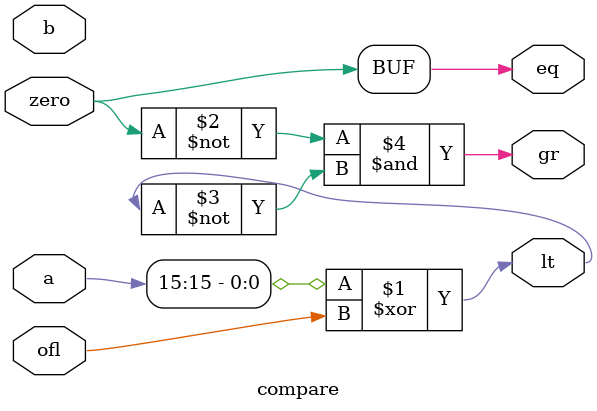
<source format=v>
module compare(a, b, zero, ofl, eq, gr, lt);

	input [15:0] a, b;
	input zero, ofl;

	output eq, gr, lt;

	assign eq = zero;
	assign lt = a[15] ^ ofl;
	assign gr = ~eq & ~lt;

endmodule
</source>
